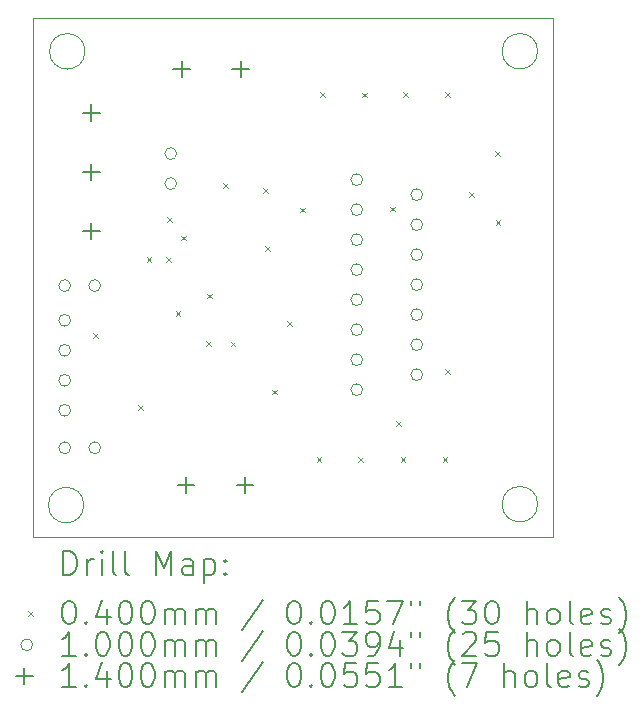
<source format=gbr>
%TF.GenerationSoftware,KiCad,Pcbnew,7.0.7*%
%TF.CreationDate,2024-07-20T22:06:39+09:00*%
%TF.ProjectId,l298n_copy,6c323938-6e5f-4636-9f70-792e6b696361,rev?*%
%TF.SameCoordinates,Original*%
%TF.FileFunction,Drillmap*%
%TF.FilePolarity,Positive*%
%FSLAX45Y45*%
G04 Gerber Fmt 4.5, Leading zero omitted, Abs format (unit mm)*
G04 Created by KiCad (PCBNEW 7.0.7) date 2024-07-20 22:06:39*
%MOMM*%
%LPD*%
G01*
G04 APERTURE LIST*
%ADD10C,0.100000*%
%ADD11C,0.200000*%
%ADD12C,0.040000*%
%ADD13C,0.140000*%
G04 APERTURE END LIST*
D10*
X11400000Y-7000000D02*
X7000000Y-7000000D01*
X7000000Y-7000000D02*
X7000000Y-11400000D01*
X11400000Y-11400000D02*
X11400000Y-7000000D01*
X11270000Y-7283000D02*
G75*
G03*
X11270000Y-7283000I-150000J0D01*
G01*
X7428000Y-11126000D02*
G75*
G03*
X7428000Y-11126000I-150000J0D01*
G01*
X7000000Y-11400000D02*
X11400000Y-11400000D01*
X11270000Y-11118000D02*
G75*
G03*
X11270000Y-11118000I-150000J0D01*
G01*
X7438000Y-7284000D02*
G75*
G03*
X7438000Y-7284000I-150000J0D01*
G01*
D11*
D12*
X7509000Y-9672000D02*
X7549000Y-9712000D01*
X7549000Y-9672000D02*
X7509000Y-9712000D01*
X7890000Y-10282000D02*
X7930000Y-10322000D01*
X7930000Y-10282000D02*
X7890000Y-10322000D01*
X7959500Y-9028000D02*
X7999500Y-9068000D01*
X7999500Y-9028000D02*
X7959500Y-9068000D01*
X8124500Y-9028000D02*
X8164500Y-9068000D01*
X8164500Y-9028000D02*
X8124500Y-9068000D01*
X8134000Y-8688000D02*
X8174000Y-8728000D01*
X8174000Y-8688000D02*
X8134000Y-8728000D01*
X8206000Y-9486750D02*
X8246000Y-9526750D01*
X8246000Y-9486750D02*
X8206000Y-9526750D01*
X8250000Y-8844500D02*
X8290000Y-8884500D01*
X8290000Y-8844500D02*
X8250000Y-8884500D01*
X8466000Y-9736000D02*
X8506000Y-9776000D01*
X8506000Y-9736000D02*
X8466000Y-9776000D01*
X8471000Y-9335000D02*
X8511000Y-9375000D01*
X8511000Y-9335000D02*
X8471000Y-9375000D01*
X8605000Y-8397000D02*
X8645000Y-8437000D01*
X8645000Y-8397000D02*
X8605000Y-8437000D01*
X8671000Y-9743000D02*
X8711000Y-9783000D01*
X8711000Y-9743000D02*
X8671000Y-9783000D01*
X8944000Y-8441000D02*
X8984000Y-8481000D01*
X8984000Y-8441000D02*
X8944000Y-8481000D01*
X8966000Y-8933750D02*
X9006000Y-8973750D01*
X9006000Y-8933750D02*
X8966000Y-8973750D01*
X9023000Y-10148000D02*
X9063000Y-10188000D01*
X9063000Y-10148000D02*
X9023000Y-10188000D01*
X9147500Y-9570000D02*
X9187500Y-9610000D01*
X9187500Y-9570000D02*
X9147500Y-9610000D01*
X9259000Y-8607000D02*
X9299000Y-8647000D01*
X9299000Y-8607000D02*
X9259000Y-8647000D01*
X9400000Y-10718250D02*
X9440000Y-10758250D01*
X9440000Y-10718250D02*
X9400000Y-10758250D01*
X9432000Y-7632002D02*
X9472000Y-7672002D01*
X9472000Y-7632002D02*
X9432000Y-7672002D01*
X9752000Y-10719000D02*
X9792000Y-10759000D01*
X9792000Y-10719000D02*
X9752000Y-10759000D01*
X9786000Y-7633000D02*
X9826000Y-7673000D01*
X9826000Y-7633000D02*
X9786000Y-7673000D01*
X10020000Y-8598000D02*
X10060000Y-8638000D01*
X10060000Y-8598000D02*
X10020000Y-8638000D01*
X10074000Y-10415000D02*
X10114000Y-10455000D01*
X10114000Y-10415000D02*
X10074000Y-10455000D01*
X10110000Y-10718250D02*
X10150000Y-10758250D01*
X10150000Y-10718250D02*
X10110000Y-10758250D01*
X10132000Y-7632000D02*
X10172000Y-7672000D01*
X10172000Y-7632000D02*
X10132000Y-7672000D01*
X10465000Y-10718000D02*
X10505000Y-10758000D01*
X10505000Y-10718000D02*
X10465000Y-10758000D01*
X10486000Y-7628000D02*
X10526000Y-7668000D01*
X10526000Y-7628000D02*
X10486000Y-7668000D01*
X10486000Y-9973000D02*
X10526000Y-10013000D01*
X10526000Y-9973000D02*
X10486000Y-10013000D01*
X10689000Y-8479000D02*
X10729000Y-8519000D01*
X10729000Y-8479000D02*
X10689000Y-8519000D01*
X10910000Y-8132000D02*
X10950000Y-8172000D01*
X10950000Y-8132000D02*
X10910000Y-8172000D01*
X10914000Y-8713000D02*
X10954000Y-8753000D01*
X10954000Y-8713000D02*
X10914000Y-8753000D01*
D10*
X7316000Y-9267000D02*
G75*
G03*
X7316000Y-9267000I-50000J0D01*
G01*
X7316000Y-9561000D02*
G75*
G03*
X7316000Y-9561000I-50000J0D01*
G01*
X7316000Y-9815000D02*
G75*
G03*
X7316000Y-9815000I-50000J0D01*
G01*
X7316000Y-10069000D02*
G75*
G03*
X7316000Y-10069000I-50000J0D01*
G01*
X7316000Y-10323000D02*
G75*
G03*
X7316000Y-10323000I-50000J0D01*
G01*
X7316000Y-10641000D02*
G75*
G03*
X7316000Y-10641000I-50000J0D01*
G01*
X7570000Y-9267000D02*
G75*
G03*
X7570000Y-9267000I-50000J0D01*
G01*
X7570000Y-10641000D02*
G75*
G03*
X7570000Y-10641000I-50000J0D01*
G01*
X8214000Y-8149500D02*
G75*
G03*
X8214000Y-8149500I-50000J0D01*
G01*
X8214000Y-8403500D02*
G75*
G03*
X8214000Y-8403500I-50000J0D01*
G01*
X9789000Y-8371000D02*
G75*
G03*
X9789000Y-8371000I-50000J0D01*
G01*
X9789000Y-8625000D02*
G75*
G03*
X9789000Y-8625000I-50000J0D01*
G01*
X9789000Y-8879000D02*
G75*
G03*
X9789000Y-8879000I-50000J0D01*
G01*
X9789000Y-9133000D02*
G75*
G03*
X9789000Y-9133000I-50000J0D01*
G01*
X9789000Y-9387000D02*
G75*
G03*
X9789000Y-9387000I-50000J0D01*
G01*
X9789000Y-9641000D02*
G75*
G03*
X9789000Y-9641000I-50000J0D01*
G01*
X9789000Y-9895000D02*
G75*
G03*
X9789000Y-9895000I-50000J0D01*
G01*
X9789000Y-10149000D02*
G75*
G03*
X9789000Y-10149000I-50000J0D01*
G01*
X10297000Y-8498000D02*
G75*
G03*
X10297000Y-8498000I-50000J0D01*
G01*
X10297000Y-8752000D02*
G75*
G03*
X10297000Y-8752000I-50000J0D01*
G01*
X10297000Y-9006000D02*
G75*
G03*
X10297000Y-9006000I-50000J0D01*
G01*
X10297000Y-9260000D02*
G75*
G03*
X10297000Y-9260000I-50000J0D01*
G01*
X10297000Y-9514000D02*
G75*
G03*
X10297000Y-9514000I-50000J0D01*
G01*
X10297000Y-9768000D02*
G75*
G03*
X10297000Y-9768000I-50000J0D01*
G01*
X10297000Y-10022000D02*
G75*
G03*
X10297000Y-10022000I-50000J0D01*
G01*
D13*
X7492000Y-7734000D02*
X7492000Y-7874000D01*
X7422000Y-7804000D02*
X7562000Y-7804000D01*
X7492000Y-8234000D02*
X7492000Y-8374000D01*
X7422000Y-8304000D02*
X7562000Y-8304000D01*
X7492000Y-8734000D02*
X7492000Y-8874000D01*
X7422000Y-8804000D02*
X7562000Y-8804000D01*
X8256000Y-7362750D02*
X8256000Y-7502750D01*
X8186000Y-7432750D02*
X8326000Y-7432750D01*
X8293000Y-10886000D02*
X8293000Y-11026000D01*
X8223000Y-10956000D02*
X8363000Y-10956000D01*
X8756000Y-7362750D02*
X8756000Y-7502750D01*
X8686000Y-7432750D02*
X8826000Y-7432750D01*
X8793000Y-10886000D02*
X8793000Y-11026000D01*
X8723000Y-10956000D02*
X8863000Y-10956000D01*
D11*
X7255777Y-11716484D02*
X7255777Y-11516484D01*
X7255777Y-11516484D02*
X7303396Y-11516484D01*
X7303396Y-11516484D02*
X7331967Y-11526008D01*
X7331967Y-11526008D02*
X7351015Y-11545055D01*
X7351015Y-11545055D02*
X7360539Y-11564103D01*
X7360539Y-11564103D02*
X7370062Y-11602198D01*
X7370062Y-11602198D02*
X7370062Y-11630769D01*
X7370062Y-11630769D02*
X7360539Y-11668865D01*
X7360539Y-11668865D02*
X7351015Y-11687912D01*
X7351015Y-11687912D02*
X7331967Y-11706960D01*
X7331967Y-11706960D02*
X7303396Y-11716484D01*
X7303396Y-11716484D02*
X7255777Y-11716484D01*
X7455777Y-11716484D02*
X7455777Y-11583150D01*
X7455777Y-11621246D02*
X7465301Y-11602198D01*
X7465301Y-11602198D02*
X7474824Y-11592674D01*
X7474824Y-11592674D02*
X7493872Y-11583150D01*
X7493872Y-11583150D02*
X7512920Y-11583150D01*
X7579586Y-11716484D02*
X7579586Y-11583150D01*
X7579586Y-11516484D02*
X7570062Y-11526008D01*
X7570062Y-11526008D02*
X7579586Y-11535531D01*
X7579586Y-11535531D02*
X7589110Y-11526008D01*
X7589110Y-11526008D02*
X7579586Y-11516484D01*
X7579586Y-11516484D02*
X7579586Y-11535531D01*
X7703396Y-11716484D02*
X7684348Y-11706960D01*
X7684348Y-11706960D02*
X7674824Y-11687912D01*
X7674824Y-11687912D02*
X7674824Y-11516484D01*
X7808158Y-11716484D02*
X7789110Y-11706960D01*
X7789110Y-11706960D02*
X7779586Y-11687912D01*
X7779586Y-11687912D02*
X7779586Y-11516484D01*
X8036729Y-11716484D02*
X8036729Y-11516484D01*
X8036729Y-11516484D02*
X8103396Y-11659341D01*
X8103396Y-11659341D02*
X8170062Y-11516484D01*
X8170062Y-11516484D02*
X8170062Y-11716484D01*
X8351015Y-11716484D02*
X8351015Y-11611722D01*
X8351015Y-11611722D02*
X8341491Y-11592674D01*
X8341491Y-11592674D02*
X8322443Y-11583150D01*
X8322443Y-11583150D02*
X8284348Y-11583150D01*
X8284348Y-11583150D02*
X8265301Y-11592674D01*
X8351015Y-11706960D02*
X8331967Y-11716484D01*
X8331967Y-11716484D02*
X8284348Y-11716484D01*
X8284348Y-11716484D02*
X8265301Y-11706960D01*
X8265301Y-11706960D02*
X8255777Y-11687912D01*
X8255777Y-11687912D02*
X8255777Y-11668865D01*
X8255777Y-11668865D02*
X8265301Y-11649817D01*
X8265301Y-11649817D02*
X8284348Y-11640293D01*
X8284348Y-11640293D02*
X8331967Y-11640293D01*
X8331967Y-11640293D02*
X8351015Y-11630769D01*
X8446253Y-11583150D02*
X8446253Y-11783150D01*
X8446253Y-11592674D02*
X8465301Y-11583150D01*
X8465301Y-11583150D02*
X8503396Y-11583150D01*
X8503396Y-11583150D02*
X8522444Y-11592674D01*
X8522444Y-11592674D02*
X8531967Y-11602198D01*
X8531967Y-11602198D02*
X8541491Y-11621246D01*
X8541491Y-11621246D02*
X8541491Y-11678388D01*
X8541491Y-11678388D02*
X8531967Y-11697436D01*
X8531967Y-11697436D02*
X8522444Y-11706960D01*
X8522444Y-11706960D02*
X8503396Y-11716484D01*
X8503396Y-11716484D02*
X8465301Y-11716484D01*
X8465301Y-11716484D02*
X8446253Y-11706960D01*
X8627205Y-11697436D02*
X8636729Y-11706960D01*
X8636729Y-11706960D02*
X8627205Y-11716484D01*
X8627205Y-11716484D02*
X8617682Y-11706960D01*
X8617682Y-11706960D02*
X8627205Y-11697436D01*
X8627205Y-11697436D02*
X8627205Y-11716484D01*
X8627205Y-11592674D02*
X8636729Y-11602198D01*
X8636729Y-11602198D02*
X8627205Y-11611722D01*
X8627205Y-11611722D02*
X8617682Y-11602198D01*
X8617682Y-11602198D02*
X8627205Y-11592674D01*
X8627205Y-11592674D02*
X8627205Y-11611722D01*
D12*
X6955000Y-12025000D02*
X6995000Y-12065000D01*
X6995000Y-12025000D02*
X6955000Y-12065000D01*
D11*
X7293872Y-11936484D02*
X7312920Y-11936484D01*
X7312920Y-11936484D02*
X7331967Y-11946008D01*
X7331967Y-11946008D02*
X7341491Y-11955531D01*
X7341491Y-11955531D02*
X7351015Y-11974579D01*
X7351015Y-11974579D02*
X7360539Y-12012674D01*
X7360539Y-12012674D02*
X7360539Y-12060293D01*
X7360539Y-12060293D02*
X7351015Y-12098388D01*
X7351015Y-12098388D02*
X7341491Y-12117436D01*
X7341491Y-12117436D02*
X7331967Y-12126960D01*
X7331967Y-12126960D02*
X7312920Y-12136484D01*
X7312920Y-12136484D02*
X7293872Y-12136484D01*
X7293872Y-12136484D02*
X7274824Y-12126960D01*
X7274824Y-12126960D02*
X7265301Y-12117436D01*
X7265301Y-12117436D02*
X7255777Y-12098388D01*
X7255777Y-12098388D02*
X7246253Y-12060293D01*
X7246253Y-12060293D02*
X7246253Y-12012674D01*
X7246253Y-12012674D02*
X7255777Y-11974579D01*
X7255777Y-11974579D02*
X7265301Y-11955531D01*
X7265301Y-11955531D02*
X7274824Y-11946008D01*
X7274824Y-11946008D02*
X7293872Y-11936484D01*
X7446253Y-12117436D02*
X7455777Y-12126960D01*
X7455777Y-12126960D02*
X7446253Y-12136484D01*
X7446253Y-12136484D02*
X7436729Y-12126960D01*
X7436729Y-12126960D02*
X7446253Y-12117436D01*
X7446253Y-12117436D02*
X7446253Y-12136484D01*
X7627205Y-12003150D02*
X7627205Y-12136484D01*
X7579586Y-11926960D02*
X7531967Y-12069817D01*
X7531967Y-12069817D02*
X7655777Y-12069817D01*
X7770062Y-11936484D02*
X7789110Y-11936484D01*
X7789110Y-11936484D02*
X7808158Y-11946008D01*
X7808158Y-11946008D02*
X7817682Y-11955531D01*
X7817682Y-11955531D02*
X7827205Y-11974579D01*
X7827205Y-11974579D02*
X7836729Y-12012674D01*
X7836729Y-12012674D02*
X7836729Y-12060293D01*
X7836729Y-12060293D02*
X7827205Y-12098388D01*
X7827205Y-12098388D02*
X7817682Y-12117436D01*
X7817682Y-12117436D02*
X7808158Y-12126960D01*
X7808158Y-12126960D02*
X7789110Y-12136484D01*
X7789110Y-12136484D02*
X7770062Y-12136484D01*
X7770062Y-12136484D02*
X7751015Y-12126960D01*
X7751015Y-12126960D02*
X7741491Y-12117436D01*
X7741491Y-12117436D02*
X7731967Y-12098388D01*
X7731967Y-12098388D02*
X7722443Y-12060293D01*
X7722443Y-12060293D02*
X7722443Y-12012674D01*
X7722443Y-12012674D02*
X7731967Y-11974579D01*
X7731967Y-11974579D02*
X7741491Y-11955531D01*
X7741491Y-11955531D02*
X7751015Y-11946008D01*
X7751015Y-11946008D02*
X7770062Y-11936484D01*
X7960539Y-11936484D02*
X7979586Y-11936484D01*
X7979586Y-11936484D02*
X7998634Y-11946008D01*
X7998634Y-11946008D02*
X8008158Y-11955531D01*
X8008158Y-11955531D02*
X8017682Y-11974579D01*
X8017682Y-11974579D02*
X8027205Y-12012674D01*
X8027205Y-12012674D02*
X8027205Y-12060293D01*
X8027205Y-12060293D02*
X8017682Y-12098388D01*
X8017682Y-12098388D02*
X8008158Y-12117436D01*
X8008158Y-12117436D02*
X7998634Y-12126960D01*
X7998634Y-12126960D02*
X7979586Y-12136484D01*
X7979586Y-12136484D02*
X7960539Y-12136484D01*
X7960539Y-12136484D02*
X7941491Y-12126960D01*
X7941491Y-12126960D02*
X7931967Y-12117436D01*
X7931967Y-12117436D02*
X7922443Y-12098388D01*
X7922443Y-12098388D02*
X7912920Y-12060293D01*
X7912920Y-12060293D02*
X7912920Y-12012674D01*
X7912920Y-12012674D02*
X7922443Y-11974579D01*
X7922443Y-11974579D02*
X7931967Y-11955531D01*
X7931967Y-11955531D02*
X7941491Y-11946008D01*
X7941491Y-11946008D02*
X7960539Y-11936484D01*
X8112920Y-12136484D02*
X8112920Y-12003150D01*
X8112920Y-12022198D02*
X8122443Y-12012674D01*
X8122443Y-12012674D02*
X8141491Y-12003150D01*
X8141491Y-12003150D02*
X8170063Y-12003150D01*
X8170063Y-12003150D02*
X8189110Y-12012674D01*
X8189110Y-12012674D02*
X8198634Y-12031722D01*
X8198634Y-12031722D02*
X8198634Y-12136484D01*
X8198634Y-12031722D02*
X8208158Y-12012674D01*
X8208158Y-12012674D02*
X8227205Y-12003150D01*
X8227205Y-12003150D02*
X8255777Y-12003150D01*
X8255777Y-12003150D02*
X8274824Y-12012674D01*
X8274824Y-12012674D02*
X8284348Y-12031722D01*
X8284348Y-12031722D02*
X8284348Y-12136484D01*
X8379586Y-12136484D02*
X8379586Y-12003150D01*
X8379586Y-12022198D02*
X8389110Y-12012674D01*
X8389110Y-12012674D02*
X8408158Y-12003150D01*
X8408158Y-12003150D02*
X8436729Y-12003150D01*
X8436729Y-12003150D02*
X8455777Y-12012674D01*
X8455777Y-12012674D02*
X8465301Y-12031722D01*
X8465301Y-12031722D02*
X8465301Y-12136484D01*
X8465301Y-12031722D02*
X8474825Y-12012674D01*
X8474825Y-12012674D02*
X8493872Y-12003150D01*
X8493872Y-12003150D02*
X8522444Y-12003150D01*
X8522444Y-12003150D02*
X8541491Y-12012674D01*
X8541491Y-12012674D02*
X8551015Y-12031722D01*
X8551015Y-12031722D02*
X8551015Y-12136484D01*
X8941491Y-11926960D02*
X8770063Y-12184103D01*
X9198634Y-11936484D02*
X9217682Y-11936484D01*
X9217682Y-11936484D02*
X9236729Y-11946008D01*
X9236729Y-11946008D02*
X9246253Y-11955531D01*
X9246253Y-11955531D02*
X9255777Y-11974579D01*
X9255777Y-11974579D02*
X9265301Y-12012674D01*
X9265301Y-12012674D02*
X9265301Y-12060293D01*
X9265301Y-12060293D02*
X9255777Y-12098388D01*
X9255777Y-12098388D02*
X9246253Y-12117436D01*
X9246253Y-12117436D02*
X9236729Y-12126960D01*
X9236729Y-12126960D02*
X9217682Y-12136484D01*
X9217682Y-12136484D02*
X9198634Y-12136484D01*
X9198634Y-12136484D02*
X9179587Y-12126960D01*
X9179587Y-12126960D02*
X9170063Y-12117436D01*
X9170063Y-12117436D02*
X9160539Y-12098388D01*
X9160539Y-12098388D02*
X9151015Y-12060293D01*
X9151015Y-12060293D02*
X9151015Y-12012674D01*
X9151015Y-12012674D02*
X9160539Y-11974579D01*
X9160539Y-11974579D02*
X9170063Y-11955531D01*
X9170063Y-11955531D02*
X9179587Y-11946008D01*
X9179587Y-11946008D02*
X9198634Y-11936484D01*
X9351015Y-12117436D02*
X9360539Y-12126960D01*
X9360539Y-12126960D02*
X9351015Y-12136484D01*
X9351015Y-12136484D02*
X9341491Y-12126960D01*
X9341491Y-12126960D02*
X9351015Y-12117436D01*
X9351015Y-12117436D02*
X9351015Y-12136484D01*
X9484348Y-11936484D02*
X9503396Y-11936484D01*
X9503396Y-11936484D02*
X9522444Y-11946008D01*
X9522444Y-11946008D02*
X9531968Y-11955531D01*
X9531968Y-11955531D02*
X9541491Y-11974579D01*
X9541491Y-11974579D02*
X9551015Y-12012674D01*
X9551015Y-12012674D02*
X9551015Y-12060293D01*
X9551015Y-12060293D02*
X9541491Y-12098388D01*
X9541491Y-12098388D02*
X9531968Y-12117436D01*
X9531968Y-12117436D02*
X9522444Y-12126960D01*
X9522444Y-12126960D02*
X9503396Y-12136484D01*
X9503396Y-12136484D02*
X9484348Y-12136484D01*
X9484348Y-12136484D02*
X9465301Y-12126960D01*
X9465301Y-12126960D02*
X9455777Y-12117436D01*
X9455777Y-12117436D02*
X9446253Y-12098388D01*
X9446253Y-12098388D02*
X9436729Y-12060293D01*
X9436729Y-12060293D02*
X9436729Y-12012674D01*
X9436729Y-12012674D02*
X9446253Y-11974579D01*
X9446253Y-11974579D02*
X9455777Y-11955531D01*
X9455777Y-11955531D02*
X9465301Y-11946008D01*
X9465301Y-11946008D02*
X9484348Y-11936484D01*
X9741491Y-12136484D02*
X9627206Y-12136484D01*
X9684348Y-12136484D02*
X9684348Y-11936484D01*
X9684348Y-11936484D02*
X9665301Y-11965055D01*
X9665301Y-11965055D02*
X9646253Y-11984103D01*
X9646253Y-11984103D02*
X9627206Y-11993627D01*
X9922444Y-11936484D02*
X9827206Y-11936484D01*
X9827206Y-11936484D02*
X9817682Y-12031722D01*
X9817682Y-12031722D02*
X9827206Y-12022198D01*
X9827206Y-12022198D02*
X9846253Y-12012674D01*
X9846253Y-12012674D02*
X9893872Y-12012674D01*
X9893872Y-12012674D02*
X9912920Y-12022198D01*
X9912920Y-12022198D02*
X9922444Y-12031722D01*
X9922444Y-12031722D02*
X9931968Y-12050769D01*
X9931968Y-12050769D02*
X9931968Y-12098388D01*
X9931968Y-12098388D02*
X9922444Y-12117436D01*
X9922444Y-12117436D02*
X9912920Y-12126960D01*
X9912920Y-12126960D02*
X9893872Y-12136484D01*
X9893872Y-12136484D02*
X9846253Y-12136484D01*
X9846253Y-12136484D02*
X9827206Y-12126960D01*
X9827206Y-12126960D02*
X9817682Y-12117436D01*
X9998634Y-11936484D02*
X10131968Y-11936484D01*
X10131968Y-11936484D02*
X10046253Y-12136484D01*
X10198634Y-11936484D02*
X10198634Y-11974579D01*
X10274825Y-11936484D02*
X10274825Y-11974579D01*
X10570063Y-12212674D02*
X10560539Y-12203150D01*
X10560539Y-12203150D02*
X10541491Y-12174579D01*
X10541491Y-12174579D02*
X10531968Y-12155531D01*
X10531968Y-12155531D02*
X10522444Y-12126960D01*
X10522444Y-12126960D02*
X10512920Y-12079341D01*
X10512920Y-12079341D02*
X10512920Y-12041246D01*
X10512920Y-12041246D02*
X10522444Y-11993627D01*
X10522444Y-11993627D02*
X10531968Y-11965055D01*
X10531968Y-11965055D02*
X10541491Y-11946008D01*
X10541491Y-11946008D02*
X10560539Y-11917436D01*
X10560539Y-11917436D02*
X10570063Y-11907912D01*
X10627206Y-11936484D02*
X10751015Y-11936484D01*
X10751015Y-11936484D02*
X10684349Y-12012674D01*
X10684349Y-12012674D02*
X10712920Y-12012674D01*
X10712920Y-12012674D02*
X10731968Y-12022198D01*
X10731968Y-12022198D02*
X10741491Y-12031722D01*
X10741491Y-12031722D02*
X10751015Y-12050769D01*
X10751015Y-12050769D02*
X10751015Y-12098388D01*
X10751015Y-12098388D02*
X10741491Y-12117436D01*
X10741491Y-12117436D02*
X10731968Y-12126960D01*
X10731968Y-12126960D02*
X10712920Y-12136484D01*
X10712920Y-12136484D02*
X10655777Y-12136484D01*
X10655777Y-12136484D02*
X10636730Y-12126960D01*
X10636730Y-12126960D02*
X10627206Y-12117436D01*
X10874825Y-11936484D02*
X10893872Y-11936484D01*
X10893872Y-11936484D02*
X10912920Y-11946008D01*
X10912920Y-11946008D02*
X10922444Y-11955531D01*
X10922444Y-11955531D02*
X10931968Y-11974579D01*
X10931968Y-11974579D02*
X10941491Y-12012674D01*
X10941491Y-12012674D02*
X10941491Y-12060293D01*
X10941491Y-12060293D02*
X10931968Y-12098388D01*
X10931968Y-12098388D02*
X10922444Y-12117436D01*
X10922444Y-12117436D02*
X10912920Y-12126960D01*
X10912920Y-12126960D02*
X10893872Y-12136484D01*
X10893872Y-12136484D02*
X10874825Y-12136484D01*
X10874825Y-12136484D02*
X10855777Y-12126960D01*
X10855777Y-12126960D02*
X10846253Y-12117436D01*
X10846253Y-12117436D02*
X10836730Y-12098388D01*
X10836730Y-12098388D02*
X10827206Y-12060293D01*
X10827206Y-12060293D02*
X10827206Y-12012674D01*
X10827206Y-12012674D02*
X10836730Y-11974579D01*
X10836730Y-11974579D02*
X10846253Y-11955531D01*
X10846253Y-11955531D02*
X10855777Y-11946008D01*
X10855777Y-11946008D02*
X10874825Y-11936484D01*
X11179587Y-12136484D02*
X11179587Y-11936484D01*
X11265301Y-12136484D02*
X11265301Y-12031722D01*
X11265301Y-12031722D02*
X11255777Y-12012674D01*
X11255777Y-12012674D02*
X11236730Y-12003150D01*
X11236730Y-12003150D02*
X11208158Y-12003150D01*
X11208158Y-12003150D02*
X11189110Y-12012674D01*
X11189110Y-12012674D02*
X11179587Y-12022198D01*
X11389110Y-12136484D02*
X11370063Y-12126960D01*
X11370063Y-12126960D02*
X11360539Y-12117436D01*
X11360539Y-12117436D02*
X11351015Y-12098388D01*
X11351015Y-12098388D02*
X11351015Y-12041246D01*
X11351015Y-12041246D02*
X11360539Y-12022198D01*
X11360539Y-12022198D02*
X11370063Y-12012674D01*
X11370063Y-12012674D02*
X11389110Y-12003150D01*
X11389110Y-12003150D02*
X11417682Y-12003150D01*
X11417682Y-12003150D02*
X11436730Y-12012674D01*
X11436730Y-12012674D02*
X11446253Y-12022198D01*
X11446253Y-12022198D02*
X11455777Y-12041246D01*
X11455777Y-12041246D02*
X11455777Y-12098388D01*
X11455777Y-12098388D02*
X11446253Y-12117436D01*
X11446253Y-12117436D02*
X11436730Y-12126960D01*
X11436730Y-12126960D02*
X11417682Y-12136484D01*
X11417682Y-12136484D02*
X11389110Y-12136484D01*
X11570063Y-12136484D02*
X11551015Y-12126960D01*
X11551015Y-12126960D02*
X11541491Y-12107912D01*
X11541491Y-12107912D02*
X11541491Y-11936484D01*
X11722444Y-12126960D02*
X11703396Y-12136484D01*
X11703396Y-12136484D02*
X11665301Y-12136484D01*
X11665301Y-12136484D02*
X11646253Y-12126960D01*
X11646253Y-12126960D02*
X11636730Y-12107912D01*
X11636730Y-12107912D02*
X11636730Y-12031722D01*
X11636730Y-12031722D02*
X11646253Y-12012674D01*
X11646253Y-12012674D02*
X11665301Y-12003150D01*
X11665301Y-12003150D02*
X11703396Y-12003150D01*
X11703396Y-12003150D02*
X11722444Y-12012674D01*
X11722444Y-12012674D02*
X11731968Y-12031722D01*
X11731968Y-12031722D02*
X11731968Y-12050769D01*
X11731968Y-12050769D02*
X11636730Y-12069817D01*
X11808158Y-12126960D02*
X11827206Y-12136484D01*
X11827206Y-12136484D02*
X11865301Y-12136484D01*
X11865301Y-12136484D02*
X11884349Y-12126960D01*
X11884349Y-12126960D02*
X11893872Y-12107912D01*
X11893872Y-12107912D02*
X11893872Y-12098388D01*
X11893872Y-12098388D02*
X11884349Y-12079341D01*
X11884349Y-12079341D02*
X11865301Y-12069817D01*
X11865301Y-12069817D02*
X11836730Y-12069817D01*
X11836730Y-12069817D02*
X11817682Y-12060293D01*
X11817682Y-12060293D02*
X11808158Y-12041246D01*
X11808158Y-12041246D02*
X11808158Y-12031722D01*
X11808158Y-12031722D02*
X11817682Y-12012674D01*
X11817682Y-12012674D02*
X11836730Y-12003150D01*
X11836730Y-12003150D02*
X11865301Y-12003150D01*
X11865301Y-12003150D02*
X11884349Y-12012674D01*
X11960539Y-12212674D02*
X11970063Y-12203150D01*
X11970063Y-12203150D02*
X11989111Y-12174579D01*
X11989111Y-12174579D02*
X11998634Y-12155531D01*
X11998634Y-12155531D02*
X12008158Y-12126960D01*
X12008158Y-12126960D02*
X12017682Y-12079341D01*
X12017682Y-12079341D02*
X12017682Y-12041246D01*
X12017682Y-12041246D02*
X12008158Y-11993627D01*
X12008158Y-11993627D02*
X11998634Y-11965055D01*
X11998634Y-11965055D02*
X11989111Y-11946008D01*
X11989111Y-11946008D02*
X11970063Y-11917436D01*
X11970063Y-11917436D02*
X11960539Y-11907912D01*
D10*
X6995000Y-12309000D02*
G75*
G03*
X6995000Y-12309000I-50000J0D01*
G01*
D11*
X7360539Y-12400484D02*
X7246253Y-12400484D01*
X7303396Y-12400484D02*
X7303396Y-12200484D01*
X7303396Y-12200484D02*
X7284348Y-12229055D01*
X7284348Y-12229055D02*
X7265301Y-12248103D01*
X7265301Y-12248103D02*
X7246253Y-12257627D01*
X7446253Y-12381436D02*
X7455777Y-12390960D01*
X7455777Y-12390960D02*
X7446253Y-12400484D01*
X7446253Y-12400484D02*
X7436729Y-12390960D01*
X7436729Y-12390960D02*
X7446253Y-12381436D01*
X7446253Y-12381436D02*
X7446253Y-12400484D01*
X7579586Y-12200484D02*
X7598634Y-12200484D01*
X7598634Y-12200484D02*
X7617682Y-12210008D01*
X7617682Y-12210008D02*
X7627205Y-12219531D01*
X7627205Y-12219531D02*
X7636729Y-12238579D01*
X7636729Y-12238579D02*
X7646253Y-12276674D01*
X7646253Y-12276674D02*
X7646253Y-12324293D01*
X7646253Y-12324293D02*
X7636729Y-12362388D01*
X7636729Y-12362388D02*
X7627205Y-12381436D01*
X7627205Y-12381436D02*
X7617682Y-12390960D01*
X7617682Y-12390960D02*
X7598634Y-12400484D01*
X7598634Y-12400484D02*
X7579586Y-12400484D01*
X7579586Y-12400484D02*
X7560539Y-12390960D01*
X7560539Y-12390960D02*
X7551015Y-12381436D01*
X7551015Y-12381436D02*
X7541491Y-12362388D01*
X7541491Y-12362388D02*
X7531967Y-12324293D01*
X7531967Y-12324293D02*
X7531967Y-12276674D01*
X7531967Y-12276674D02*
X7541491Y-12238579D01*
X7541491Y-12238579D02*
X7551015Y-12219531D01*
X7551015Y-12219531D02*
X7560539Y-12210008D01*
X7560539Y-12210008D02*
X7579586Y-12200484D01*
X7770062Y-12200484D02*
X7789110Y-12200484D01*
X7789110Y-12200484D02*
X7808158Y-12210008D01*
X7808158Y-12210008D02*
X7817682Y-12219531D01*
X7817682Y-12219531D02*
X7827205Y-12238579D01*
X7827205Y-12238579D02*
X7836729Y-12276674D01*
X7836729Y-12276674D02*
X7836729Y-12324293D01*
X7836729Y-12324293D02*
X7827205Y-12362388D01*
X7827205Y-12362388D02*
X7817682Y-12381436D01*
X7817682Y-12381436D02*
X7808158Y-12390960D01*
X7808158Y-12390960D02*
X7789110Y-12400484D01*
X7789110Y-12400484D02*
X7770062Y-12400484D01*
X7770062Y-12400484D02*
X7751015Y-12390960D01*
X7751015Y-12390960D02*
X7741491Y-12381436D01*
X7741491Y-12381436D02*
X7731967Y-12362388D01*
X7731967Y-12362388D02*
X7722443Y-12324293D01*
X7722443Y-12324293D02*
X7722443Y-12276674D01*
X7722443Y-12276674D02*
X7731967Y-12238579D01*
X7731967Y-12238579D02*
X7741491Y-12219531D01*
X7741491Y-12219531D02*
X7751015Y-12210008D01*
X7751015Y-12210008D02*
X7770062Y-12200484D01*
X7960539Y-12200484D02*
X7979586Y-12200484D01*
X7979586Y-12200484D02*
X7998634Y-12210008D01*
X7998634Y-12210008D02*
X8008158Y-12219531D01*
X8008158Y-12219531D02*
X8017682Y-12238579D01*
X8017682Y-12238579D02*
X8027205Y-12276674D01*
X8027205Y-12276674D02*
X8027205Y-12324293D01*
X8027205Y-12324293D02*
X8017682Y-12362388D01*
X8017682Y-12362388D02*
X8008158Y-12381436D01*
X8008158Y-12381436D02*
X7998634Y-12390960D01*
X7998634Y-12390960D02*
X7979586Y-12400484D01*
X7979586Y-12400484D02*
X7960539Y-12400484D01*
X7960539Y-12400484D02*
X7941491Y-12390960D01*
X7941491Y-12390960D02*
X7931967Y-12381436D01*
X7931967Y-12381436D02*
X7922443Y-12362388D01*
X7922443Y-12362388D02*
X7912920Y-12324293D01*
X7912920Y-12324293D02*
X7912920Y-12276674D01*
X7912920Y-12276674D02*
X7922443Y-12238579D01*
X7922443Y-12238579D02*
X7931967Y-12219531D01*
X7931967Y-12219531D02*
X7941491Y-12210008D01*
X7941491Y-12210008D02*
X7960539Y-12200484D01*
X8112920Y-12400484D02*
X8112920Y-12267150D01*
X8112920Y-12286198D02*
X8122443Y-12276674D01*
X8122443Y-12276674D02*
X8141491Y-12267150D01*
X8141491Y-12267150D02*
X8170063Y-12267150D01*
X8170063Y-12267150D02*
X8189110Y-12276674D01*
X8189110Y-12276674D02*
X8198634Y-12295722D01*
X8198634Y-12295722D02*
X8198634Y-12400484D01*
X8198634Y-12295722D02*
X8208158Y-12276674D01*
X8208158Y-12276674D02*
X8227205Y-12267150D01*
X8227205Y-12267150D02*
X8255777Y-12267150D01*
X8255777Y-12267150D02*
X8274824Y-12276674D01*
X8274824Y-12276674D02*
X8284348Y-12295722D01*
X8284348Y-12295722D02*
X8284348Y-12400484D01*
X8379586Y-12400484D02*
X8379586Y-12267150D01*
X8379586Y-12286198D02*
X8389110Y-12276674D01*
X8389110Y-12276674D02*
X8408158Y-12267150D01*
X8408158Y-12267150D02*
X8436729Y-12267150D01*
X8436729Y-12267150D02*
X8455777Y-12276674D01*
X8455777Y-12276674D02*
X8465301Y-12295722D01*
X8465301Y-12295722D02*
X8465301Y-12400484D01*
X8465301Y-12295722D02*
X8474825Y-12276674D01*
X8474825Y-12276674D02*
X8493872Y-12267150D01*
X8493872Y-12267150D02*
X8522444Y-12267150D01*
X8522444Y-12267150D02*
X8541491Y-12276674D01*
X8541491Y-12276674D02*
X8551015Y-12295722D01*
X8551015Y-12295722D02*
X8551015Y-12400484D01*
X8941491Y-12190960D02*
X8770063Y-12448103D01*
X9198634Y-12200484D02*
X9217682Y-12200484D01*
X9217682Y-12200484D02*
X9236729Y-12210008D01*
X9236729Y-12210008D02*
X9246253Y-12219531D01*
X9246253Y-12219531D02*
X9255777Y-12238579D01*
X9255777Y-12238579D02*
X9265301Y-12276674D01*
X9265301Y-12276674D02*
X9265301Y-12324293D01*
X9265301Y-12324293D02*
X9255777Y-12362388D01*
X9255777Y-12362388D02*
X9246253Y-12381436D01*
X9246253Y-12381436D02*
X9236729Y-12390960D01*
X9236729Y-12390960D02*
X9217682Y-12400484D01*
X9217682Y-12400484D02*
X9198634Y-12400484D01*
X9198634Y-12400484D02*
X9179587Y-12390960D01*
X9179587Y-12390960D02*
X9170063Y-12381436D01*
X9170063Y-12381436D02*
X9160539Y-12362388D01*
X9160539Y-12362388D02*
X9151015Y-12324293D01*
X9151015Y-12324293D02*
X9151015Y-12276674D01*
X9151015Y-12276674D02*
X9160539Y-12238579D01*
X9160539Y-12238579D02*
X9170063Y-12219531D01*
X9170063Y-12219531D02*
X9179587Y-12210008D01*
X9179587Y-12210008D02*
X9198634Y-12200484D01*
X9351015Y-12381436D02*
X9360539Y-12390960D01*
X9360539Y-12390960D02*
X9351015Y-12400484D01*
X9351015Y-12400484D02*
X9341491Y-12390960D01*
X9341491Y-12390960D02*
X9351015Y-12381436D01*
X9351015Y-12381436D02*
X9351015Y-12400484D01*
X9484348Y-12200484D02*
X9503396Y-12200484D01*
X9503396Y-12200484D02*
X9522444Y-12210008D01*
X9522444Y-12210008D02*
X9531968Y-12219531D01*
X9531968Y-12219531D02*
X9541491Y-12238579D01*
X9541491Y-12238579D02*
X9551015Y-12276674D01*
X9551015Y-12276674D02*
X9551015Y-12324293D01*
X9551015Y-12324293D02*
X9541491Y-12362388D01*
X9541491Y-12362388D02*
X9531968Y-12381436D01*
X9531968Y-12381436D02*
X9522444Y-12390960D01*
X9522444Y-12390960D02*
X9503396Y-12400484D01*
X9503396Y-12400484D02*
X9484348Y-12400484D01*
X9484348Y-12400484D02*
X9465301Y-12390960D01*
X9465301Y-12390960D02*
X9455777Y-12381436D01*
X9455777Y-12381436D02*
X9446253Y-12362388D01*
X9446253Y-12362388D02*
X9436729Y-12324293D01*
X9436729Y-12324293D02*
X9436729Y-12276674D01*
X9436729Y-12276674D02*
X9446253Y-12238579D01*
X9446253Y-12238579D02*
X9455777Y-12219531D01*
X9455777Y-12219531D02*
X9465301Y-12210008D01*
X9465301Y-12210008D02*
X9484348Y-12200484D01*
X9617682Y-12200484D02*
X9741491Y-12200484D01*
X9741491Y-12200484D02*
X9674825Y-12276674D01*
X9674825Y-12276674D02*
X9703396Y-12276674D01*
X9703396Y-12276674D02*
X9722444Y-12286198D01*
X9722444Y-12286198D02*
X9731968Y-12295722D01*
X9731968Y-12295722D02*
X9741491Y-12314769D01*
X9741491Y-12314769D02*
X9741491Y-12362388D01*
X9741491Y-12362388D02*
X9731968Y-12381436D01*
X9731968Y-12381436D02*
X9722444Y-12390960D01*
X9722444Y-12390960D02*
X9703396Y-12400484D01*
X9703396Y-12400484D02*
X9646253Y-12400484D01*
X9646253Y-12400484D02*
X9627206Y-12390960D01*
X9627206Y-12390960D02*
X9617682Y-12381436D01*
X9836729Y-12400484D02*
X9874825Y-12400484D01*
X9874825Y-12400484D02*
X9893872Y-12390960D01*
X9893872Y-12390960D02*
X9903396Y-12381436D01*
X9903396Y-12381436D02*
X9922444Y-12352865D01*
X9922444Y-12352865D02*
X9931968Y-12314769D01*
X9931968Y-12314769D02*
X9931968Y-12238579D01*
X9931968Y-12238579D02*
X9922444Y-12219531D01*
X9922444Y-12219531D02*
X9912920Y-12210008D01*
X9912920Y-12210008D02*
X9893872Y-12200484D01*
X9893872Y-12200484D02*
X9855777Y-12200484D01*
X9855777Y-12200484D02*
X9836729Y-12210008D01*
X9836729Y-12210008D02*
X9827206Y-12219531D01*
X9827206Y-12219531D02*
X9817682Y-12238579D01*
X9817682Y-12238579D02*
X9817682Y-12286198D01*
X9817682Y-12286198D02*
X9827206Y-12305246D01*
X9827206Y-12305246D02*
X9836729Y-12314769D01*
X9836729Y-12314769D02*
X9855777Y-12324293D01*
X9855777Y-12324293D02*
X9893872Y-12324293D01*
X9893872Y-12324293D02*
X9912920Y-12314769D01*
X9912920Y-12314769D02*
X9922444Y-12305246D01*
X9922444Y-12305246D02*
X9931968Y-12286198D01*
X10103396Y-12267150D02*
X10103396Y-12400484D01*
X10055777Y-12190960D02*
X10008158Y-12333817D01*
X10008158Y-12333817D02*
X10131968Y-12333817D01*
X10198634Y-12200484D02*
X10198634Y-12238579D01*
X10274825Y-12200484D02*
X10274825Y-12238579D01*
X10570063Y-12476674D02*
X10560539Y-12467150D01*
X10560539Y-12467150D02*
X10541491Y-12438579D01*
X10541491Y-12438579D02*
X10531968Y-12419531D01*
X10531968Y-12419531D02*
X10522444Y-12390960D01*
X10522444Y-12390960D02*
X10512920Y-12343341D01*
X10512920Y-12343341D02*
X10512920Y-12305246D01*
X10512920Y-12305246D02*
X10522444Y-12257627D01*
X10522444Y-12257627D02*
X10531968Y-12229055D01*
X10531968Y-12229055D02*
X10541491Y-12210008D01*
X10541491Y-12210008D02*
X10560539Y-12181436D01*
X10560539Y-12181436D02*
X10570063Y-12171912D01*
X10636730Y-12219531D02*
X10646253Y-12210008D01*
X10646253Y-12210008D02*
X10665301Y-12200484D01*
X10665301Y-12200484D02*
X10712920Y-12200484D01*
X10712920Y-12200484D02*
X10731968Y-12210008D01*
X10731968Y-12210008D02*
X10741491Y-12219531D01*
X10741491Y-12219531D02*
X10751015Y-12238579D01*
X10751015Y-12238579D02*
X10751015Y-12257627D01*
X10751015Y-12257627D02*
X10741491Y-12286198D01*
X10741491Y-12286198D02*
X10627206Y-12400484D01*
X10627206Y-12400484D02*
X10751015Y-12400484D01*
X10931968Y-12200484D02*
X10836730Y-12200484D01*
X10836730Y-12200484D02*
X10827206Y-12295722D01*
X10827206Y-12295722D02*
X10836730Y-12286198D01*
X10836730Y-12286198D02*
X10855777Y-12276674D01*
X10855777Y-12276674D02*
X10903396Y-12276674D01*
X10903396Y-12276674D02*
X10922444Y-12286198D01*
X10922444Y-12286198D02*
X10931968Y-12295722D01*
X10931968Y-12295722D02*
X10941491Y-12314769D01*
X10941491Y-12314769D02*
X10941491Y-12362388D01*
X10941491Y-12362388D02*
X10931968Y-12381436D01*
X10931968Y-12381436D02*
X10922444Y-12390960D01*
X10922444Y-12390960D02*
X10903396Y-12400484D01*
X10903396Y-12400484D02*
X10855777Y-12400484D01*
X10855777Y-12400484D02*
X10836730Y-12390960D01*
X10836730Y-12390960D02*
X10827206Y-12381436D01*
X11179587Y-12400484D02*
X11179587Y-12200484D01*
X11265301Y-12400484D02*
X11265301Y-12295722D01*
X11265301Y-12295722D02*
X11255777Y-12276674D01*
X11255777Y-12276674D02*
X11236730Y-12267150D01*
X11236730Y-12267150D02*
X11208158Y-12267150D01*
X11208158Y-12267150D02*
X11189110Y-12276674D01*
X11189110Y-12276674D02*
X11179587Y-12286198D01*
X11389110Y-12400484D02*
X11370063Y-12390960D01*
X11370063Y-12390960D02*
X11360539Y-12381436D01*
X11360539Y-12381436D02*
X11351015Y-12362388D01*
X11351015Y-12362388D02*
X11351015Y-12305246D01*
X11351015Y-12305246D02*
X11360539Y-12286198D01*
X11360539Y-12286198D02*
X11370063Y-12276674D01*
X11370063Y-12276674D02*
X11389110Y-12267150D01*
X11389110Y-12267150D02*
X11417682Y-12267150D01*
X11417682Y-12267150D02*
X11436730Y-12276674D01*
X11436730Y-12276674D02*
X11446253Y-12286198D01*
X11446253Y-12286198D02*
X11455777Y-12305246D01*
X11455777Y-12305246D02*
X11455777Y-12362388D01*
X11455777Y-12362388D02*
X11446253Y-12381436D01*
X11446253Y-12381436D02*
X11436730Y-12390960D01*
X11436730Y-12390960D02*
X11417682Y-12400484D01*
X11417682Y-12400484D02*
X11389110Y-12400484D01*
X11570063Y-12400484D02*
X11551015Y-12390960D01*
X11551015Y-12390960D02*
X11541491Y-12371912D01*
X11541491Y-12371912D02*
X11541491Y-12200484D01*
X11722444Y-12390960D02*
X11703396Y-12400484D01*
X11703396Y-12400484D02*
X11665301Y-12400484D01*
X11665301Y-12400484D02*
X11646253Y-12390960D01*
X11646253Y-12390960D02*
X11636730Y-12371912D01*
X11636730Y-12371912D02*
X11636730Y-12295722D01*
X11636730Y-12295722D02*
X11646253Y-12276674D01*
X11646253Y-12276674D02*
X11665301Y-12267150D01*
X11665301Y-12267150D02*
X11703396Y-12267150D01*
X11703396Y-12267150D02*
X11722444Y-12276674D01*
X11722444Y-12276674D02*
X11731968Y-12295722D01*
X11731968Y-12295722D02*
X11731968Y-12314769D01*
X11731968Y-12314769D02*
X11636730Y-12333817D01*
X11808158Y-12390960D02*
X11827206Y-12400484D01*
X11827206Y-12400484D02*
X11865301Y-12400484D01*
X11865301Y-12400484D02*
X11884349Y-12390960D01*
X11884349Y-12390960D02*
X11893872Y-12371912D01*
X11893872Y-12371912D02*
X11893872Y-12362388D01*
X11893872Y-12362388D02*
X11884349Y-12343341D01*
X11884349Y-12343341D02*
X11865301Y-12333817D01*
X11865301Y-12333817D02*
X11836730Y-12333817D01*
X11836730Y-12333817D02*
X11817682Y-12324293D01*
X11817682Y-12324293D02*
X11808158Y-12305246D01*
X11808158Y-12305246D02*
X11808158Y-12295722D01*
X11808158Y-12295722D02*
X11817682Y-12276674D01*
X11817682Y-12276674D02*
X11836730Y-12267150D01*
X11836730Y-12267150D02*
X11865301Y-12267150D01*
X11865301Y-12267150D02*
X11884349Y-12276674D01*
X11960539Y-12476674D02*
X11970063Y-12467150D01*
X11970063Y-12467150D02*
X11989111Y-12438579D01*
X11989111Y-12438579D02*
X11998634Y-12419531D01*
X11998634Y-12419531D02*
X12008158Y-12390960D01*
X12008158Y-12390960D02*
X12017682Y-12343341D01*
X12017682Y-12343341D02*
X12017682Y-12305246D01*
X12017682Y-12305246D02*
X12008158Y-12257627D01*
X12008158Y-12257627D02*
X11998634Y-12229055D01*
X11998634Y-12229055D02*
X11989111Y-12210008D01*
X11989111Y-12210008D02*
X11970063Y-12181436D01*
X11970063Y-12181436D02*
X11960539Y-12171912D01*
D13*
X6925000Y-12503000D02*
X6925000Y-12643000D01*
X6855000Y-12573000D02*
X6995000Y-12573000D01*
D11*
X7360539Y-12664484D02*
X7246253Y-12664484D01*
X7303396Y-12664484D02*
X7303396Y-12464484D01*
X7303396Y-12464484D02*
X7284348Y-12493055D01*
X7284348Y-12493055D02*
X7265301Y-12512103D01*
X7265301Y-12512103D02*
X7246253Y-12521627D01*
X7446253Y-12645436D02*
X7455777Y-12654960D01*
X7455777Y-12654960D02*
X7446253Y-12664484D01*
X7446253Y-12664484D02*
X7436729Y-12654960D01*
X7436729Y-12654960D02*
X7446253Y-12645436D01*
X7446253Y-12645436D02*
X7446253Y-12664484D01*
X7627205Y-12531150D02*
X7627205Y-12664484D01*
X7579586Y-12454960D02*
X7531967Y-12597817D01*
X7531967Y-12597817D02*
X7655777Y-12597817D01*
X7770062Y-12464484D02*
X7789110Y-12464484D01*
X7789110Y-12464484D02*
X7808158Y-12474008D01*
X7808158Y-12474008D02*
X7817682Y-12483531D01*
X7817682Y-12483531D02*
X7827205Y-12502579D01*
X7827205Y-12502579D02*
X7836729Y-12540674D01*
X7836729Y-12540674D02*
X7836729Y-12588293D01*
X7836729Y-12588293D02*
X7827205Y-12626388D01*
X7827205Y-12626388D02*
X7817682Y-12645436D01*
X7817682Y-12645436D02*
X7808158Y-12654960D01*
X7808158Y-12654960D02*
X7789110Y-12664484D01*
X7789110Y-12664484D02*
X7770062Y-12664484D01*
X7770062Y-12664484D02*
X7751015Y-12654960D01*
X7751015Y-12654960D02*
X7741491Y-12645436D01*
X7741491Y-12645436D02*
X7731967Y-12626388D01*
X7731967Y-12626388D02*
X7722443Y-12588293D01*
X7722443Y-12588293D02*
X7722443Y-12540674D01*
X7722443Y-12540674D02*
X7731967Y-12502579D01*
X7731967Y-12502579D02*
X7741491Y-12483531D01*
X7741491Y-12483531D02*
X7751015Y-12474008D01*
X7751015Y-12474008D02*
X7770062Y-12464484D01*
X7960539Y-12464484D02*
X7979586Y-12464484D01*
X7979586Y-12464484D02*
X7998634Y-12474008D01*
X7998634Y-12474008D02*
X8008158Y-12483531D01*
X8008158Y-12483531D02*
X8017682Y-12502579D01*
X8017682Y-12502579D02*
X8027205Y-12540674D01*
X8027205Y-12540674D02*
X8027205Y-12588293D01*
X8027205Y-12588293D02*
X8017682Y-12626388D01*
X8017682Y-12626388D02*
X8008158Y-12645436D01*
X8008158Y-12645436D02*
X7998634Y-12654960D01*
X7998634Y-12654960D02*
X7979586Y-12664484D01*
X7979586Y-12664484D02*
X7960539Y-12664484D01*
X7960539Y-12664484D02*
X7941491Y-12654960D01*
X7941491Y-12654960D02*
X7931967Y-12645436D01*
X7931967Y-12645436D02*
X7922443Y-12626388D01*
X7922443Y-12626388D02*
X7912920Y-12588293D01*
X7912920Y-12588293D02*
X7912920Y-12540674D01*
X7912920Y-12540674D02*
X7922443Y-12502579D01*
X7922443Y-12502579D02*
X7931967Y-12483531D01*
X7931967Y-12483531D02*
X7941491Y-12474008D01*
X7941491Y-12474008D02*
X7960539Y-12464484D01*
X8112920Y-12664484D02*
X8112920Y-12531150D01*
X8112920Y-12550198D02*
X8122443Y-12540674D01*
X8122443Y-12540674D02*
X8141491Y-12531150D01*
X8141491Y-12531150D02*
X8170063Y-12531150D01*
X8170063Y-12531150D02*
X8189110Y-12540674D01*
X8189110Y-12540674D02*
X8198634Y-12559722D01*
X8198634Y-12559722D02*
X8198634Y-12664484D01*
X8198634Y-12559722D02*
X8208158Y-12540674D01*
X8208158Y-12540674D02*
X8227205Y-12531150D01*
X8227205Y-12531150D02*
X8255777Y-12531150D01*
X8255777Y-12531150D02*
X8274824Y-12540674D01*
X8274824Y-12540674D02*
X8284348Y-12559722D01*
X8284348Y-12559722D02*
X8284348Y-12664484D01*
X8379586Y-12664484D02*
X8379586Y-12531150D01*
X8379586Y-12550198D02*
X8389110Y-12540674D01*
X8389110Y-12540674D02*
X8408158Y-12531150D01*
X8408158Y-12531150D02*
X8436729Y-12531150D01*
X8436729Y-12531150D02*
X8455777Y-12540674D01*
X8455777Y-12540674D02*
X8465301Y-12559722D01*
X8465301Y-12559722D02*
X8465301Y-12664484D01*
X8465301Y-12559722D02*
X8474825Y-12540674D01*
X8474825Y-12540674D02*
X8493872Y-12531150D01*
X8493872Y-12531150D02*
X8522444Y-12531150D01*
X8522444Y-12531150D02*
X8541491Y-12540674D01*
X8541491Y-12540674D02*
X8551015Y-12559722D01*
X8551015Y-12559722D02*
X8551015Y-12664484D01*
X8941491Y-12454960D02*
X8770063Y-12712103D01*
X9198634Y-12464484D02*
X9217682Y-12464484D01*
X9217682Y-12464484D02*
X9236729Y-12474008D01*
X9236729Y-12474008D02*
X9246253Y-12483531D01*
X9246253Y-12483531D02*
X9255777Y-12502579D01*
X9255777Y-12502579D02*
X9265301Y-12540674D01*
X9265301Y-12540674D02*
X9265301Y-12588293D01*
X9265301Y-12588293D02*
X9255777Y-12626388D01*
X9255777Y-12626388D02*
X9246253Y-12645436D01*
X9246253Y-12645436D02*
X9236729Y-12654960D01*
X9236729Y-12654960D02*
X9217682Y-12664484D01*
X9217682Y-12664484D02*
X9198634Y-12664484D01*
X9198634Y-12664484D02*
X9179587Y-12654960D01*
X9179587Y-12654960D02*
X9170063Y-12645436D01*
X9170063Y-12645436D02*
X9160539Y-12626388D01*
X9160539Y-12626388D02*
X9151015Y-12588293D01*
X9151015Y-12588293D02*
X9151015Y-12540674D01*
X9151015Y-12540674D02*
X9160539Y-12502579D01*
X9160539Y-12502579D02*
X9170063Y-12483531D01*
X9170063Y-12483531D02*
X9179587Y-12474008D01*
X9179587Y-12474008D02*
X9198634Y-12464484D01*
X9351015Y-12645436D02*
X9360539Y-12654960D01*
X9360539Y-12654960D02*
X9351015Y-12664484D01*
X9351015Y-12664484D02*
X9341491Y-12654960D01*
X9341491Y-12654960D02*
X9351015Y-12645436D01*
X9351015Y-12645436D02*
X9351015Y-12664484D01*
X9484348Y-12464484D02*
X9503396Y-12464484D01*
X9503396Y-12464484D02*
X9522444Y-12474008D01*
X9522444Y-12474008D02*
X9531968Y-12483531D01*
X9531968Y-12483531D02*
X9541491Y-12502579D01*
X9541491Y-12502579D02*
X9551015Y-12540674D01*
X9551015Y-12540674D02*
X9551015Y-12588293D01*
X9551015Y-12588293D02*
X9541491Y-12626388D01*
X9541491Y-12626388D02*
X9531968Y-12645436D01*
X9531968Y-12645436D02*
X9522444Y-12654960D01*
X9522444Y-12654960D02*
X9503396Y-12664484D01*
X9503396Y-12664484D02*
X9484348Y-12664484D01*
X9484348Y-12664484D02*
X9465301Y-12654960D01*
X9465301Y-12654960D02*
X9455777Y-12645436D01*
X9455777Y-12645436D02*
X9446253Y-12626388D01*
X9446253Y-12626388D02*
X9436729Y-12588293D01*
X9436729Y-12588293D02*
X9436729Y-12540674D01*
X9436729Y-12540674D02*
X9446253Y-12502579D01*
X9446253Y-12502579D02*
X9455777Y-12483531D01*
X9455777Y-12483531D02*
X9465301Y-12474008D01*
X9465301Y-12474008D02*
X9484348Y-12464484D01*
X9731968Y-12464484D02*
X9636729Y-12464484D01*
X9636729Y-12464484D02*
X9627206Y-12559722D01*
X9627206Y-12559722D02*
X9636729Y-12550198D01*
X9636729Y-12550198D02*
X9655777Y-12540674D01*
X9655777Y-12540674D02*
X9703396Y-12540674D01*
X9703396Y-12540674D02*
X9722444Y-12550198D01*
X9722444Y-12550198D02*
X9731968Y-12559722D01*
X9731968Y-12559722D02*
X9741491Y-12578769D01*
X9741491Y-12578769D02*
X9741491Y-12626388D01*
X9741491Y-12626388D02*
X9731968Y-12645436D01*
X9731968Y-12645436D02*
X9722444Y-12654960D01*
X9722444Y-12654960D02*
X9703396Y-12664484D01*
X9703396Y-12664484D02*
X9655777Y-12664484D01*
X9655777Y-12664484D02*
X9636729Y-12654960D01*
X9636729Y-12654960D02*
X9627206Y-12645436D01*
X9922444Y-12464484D02*
X9827206Y-12464484D01*
X9827206Y-12464484D02*
X9817682Y-12559722D01*
X9817682Y-12559722D02*
X9827206Y-12550198D01*
X9827206Y-12550198D02*
X9846253Y-12540674D01*
X9846253Y-12540674D02*
X9893872Y-12540674D01*
X9893872Y-12540674D02*
X9912920Y-12550198D01*
X9912920Y-12550198D02*
X9922444Y-12559722D01*
X9922444Y-12559722D02*
X9931968Y-12578769D01*
X9931968Y-12578769D02*
X9931968Y-12626388D01*
X9931968Y-12626388D02*
X9922444Y-12645436D01*
X9922444Y-12645436D02*
X9912920Y-12654960D01*
X9912920Y-12654960D02*
X9893872Y-12664484D01*
X9893872Y-12664484D02*
X9846253Y-12664484D01*
X9846253Y-12664484D02*
X9827206Y-12654960D01*
X9827206Y-12654960D02*
X9817682Y-12645436D01*
X10122444Y-12664484D02*
X10008158Y-12664484D01*
X10065301Y-12664484D02*
X10065301Y-12464484D01*
X10065301Y-12464484D02*
X10046253Y-12493055D01*
X10046253Y-12493055D02*
X10027206Y-12512103D01*
X10027206Y-12512103D02*
X10008158Y-12521627D01*
X10198634Y-12464484D02*
X10198634Y-12502579D01*
X10274825Y-12464484D02*
X10274825Y-12502579D01*
X10570063Y-12740674D02*
X10560539Y-12731150D01*
X10560539Y-12731150D02*
X10541491Y-12702579D01*
X10541491Y-12702579D02*
X10531968Y-12683531D01*
X10531968Y-12683531D02*
X10522444Y-12654960D01*
X10522444Y-12654960D02*
X10512920Y-12607341D01*
X10512920Y-12607341D02*
X10512920Y-12569246D01*
X10512920Y-12569246D02*
X10522444Y-12521627D01*
X10522444Y-12521627D02*
X10531968Y-12493055D01*
X10531968Y-12493055D02*
X10541491Y-12474008D01*
X10541491Y-12474008D02*
X10560539Y-12445436D01*
X10560539Y-12445436D02*
X10570063Y-12435912D01*
X10627206Y-12464484D02*
X10760539Y-12464484D01*
X10760539Y-12464484D02*
X10674825Y-12664484D01*
X10989111Y-12664484D02*
X10989111Y-12464484D01*
X11074825Y-12664484D02*
X11074825Y-12559722D01*
X11074825Y-12559722D02*
X11065301Y-12540674D01*
X11065301Y-12540674D02*
X11046253Y-12531150D01*
X11046253Y-12531150D02*
X11017682Y-12531150D01*
X11017682Y-12531150D02*
X10998634Y-12540674D01*
X10998634Y-12540674D02*
X10989111Y-12550198D01*
X11198634Y-12664484D02*
X11179587Y-12654960D01*
X11179587Y-12654960D02*
X11170063Y-12645436D01*
X11170063Y-12645436D02*
X11160539Y-12626388D01*
X11160539Y-12626388D02*
X11160539Y-12569246D01*
X11160539Y-12569246D02*
X11170063Y-12550198D01*
X11170063Y-12550198D02*
X11179587Y-12540674D01*
X11179587Y-12540674D02*
X11198634Y-12531150D01*
X11198634Y-12531150D02*
X11227206Y-12531150D01*
X11227206Y-12531150D02*
X11246253Y-12540674D01*
X11246253Y-12540674D02*
X11255777Y-12550198D01*
X11255777Y-12550198D02*
X11265301Y-12569246D01*
X11265301Y-12569246D02*
X11265301Y-12626388D01*
X11265301Y-12626388D02*
X11255777Y-12645436D01*
X11255777Y-12645436D02*
X11246253Y-12654960D01*
X11246253Y-12654960D02*
X11227206Y-12664484D01*
X11227206Y-12664484D02*
X11198634Y-12664484D01*
X11379587Y-12664484D02*
X11360539Y-12654960D01*
X11360539Y-12654960D02*
X11351015Y-12635912D01*
X11351015Y-12635912D02*
X11351015Y-12464484D01*
X11531968Y-12654960D02*
X11512920Y-12664484D01*
X11512920Y-12664484D02*
X11474825Y-12664484D01*
X11474825Y-12664484D02*
X11455777Y-12654960D01*
X11455777Y-12654960D02*
X11446253Y-12635912D01*
X11446253Y-12635912D02*
X11446253Y-12559722D01*
X11446253Y-12559722D02*
X11455777Y-12540674D01*
X11455777Y-12540674D02*
X11474825Y-12531150D01*
X11474825Y-12531150D02*
X11512920Y-12531150D01*
X11512920Y-12531150D02*
X11531968Y-12540674D01*
X11531968Y-12540674D02*
X11541491Y-12559722D01*
X11541491Y-12559722D02*
X11541491Y-12578769D01*
X11541491Y-12578769D02*
X11446253Y-12597817D01*
X11617682Y-12654960D02*
X11636730Y-12664484D01*
X11636730Y-12664484D02*
X11674825Y-12664484D01*
X11674825Y-12664484D02*
X11693872Y-12654960D01*
X11693872Y-12654960D02*
X11703396Y-12635912D01*
X11703396Y-12635912D02*
X11703396Y-12626388D01*
X11703396Y-12626388D02*
X11693872Y-12607341D01*
X11693872Y-12607341D02*
X11674825Y-12597817D01*
X11674825Y-12597817D02*
X11646253Y-12597817D01*
X11646253Y-12597817D02*
X11627206Y-12588293D01*
X11627206Y-12588293D02*
X11617682Y-12569246D01*
X11617682Y-12569246D02*
X11617682Y-12559722D01*
X11617682Y-12559722D02*
X11627206Y-12540674D01*
X11627206Y-12540674D02*
X11646253Y-12531150D01*
X11646253Y-12531150D02*
X11674825Y-12531150D01*
X11674825Y-12531150D02*
X11693872Y-12540674D01*
X11770063Y-12740674D02*
X11779587Y-12731150D01*
X11779587Y-12731150D02*
X11798634Y-12702579D01*
X11798634Y-12702579D02*
X11808158Y-12683531D01*
X11808158Y-12683531D02*
X11817682Y-12654960D01*
X11817682Y-12654960D02*
X11827206Y-12607341D01*
X11827206Y-12607341D02*
X11827206Y-12569246D01*
X11827206Y-12569246D02*
X11817682Y-12521627D01*
X11817682Y-12521627D02*
X11808158Y-12493055D01*
X11808158Y-12493055D02*
X11798634Y-12474008D01*
X11798634Y-12474008D02*
X11779587Y-12445436D01*
X11779587Y-12445436D02*
X11770063Y-12435912D01*
M02*

</source>
